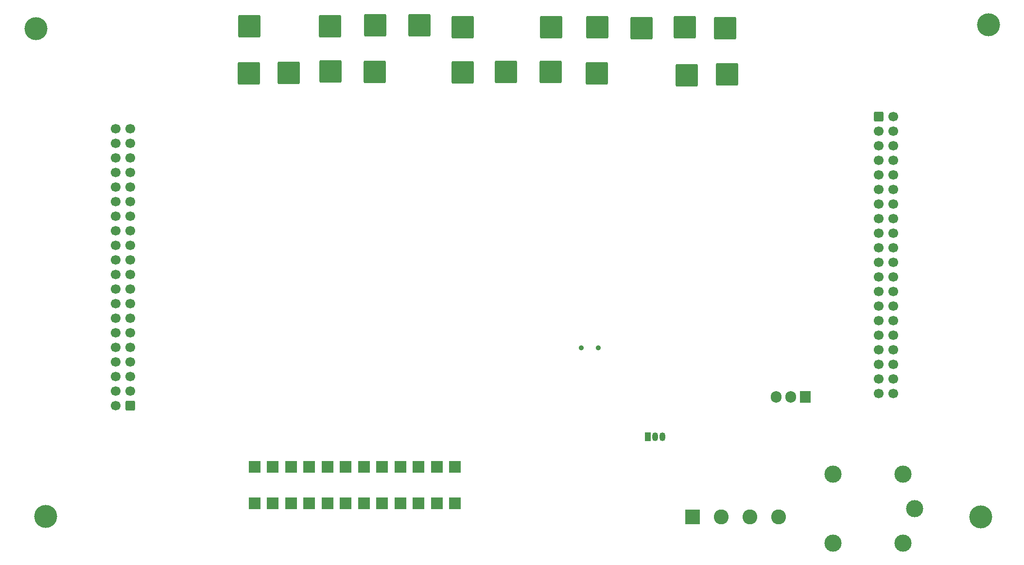
<source format=gbr>
%TF.GenerationSoftware,KiCad,Pcbnew,7.0.8*%
%TF.CreationDate,2025-03-20T17:12:24-04:00*%
%TF.ProjectId,2310interface,32333130-696e-4746-9572-666163652e6b,rev?*%
%TF.SameCoordinates,Original*%
%TF.FileFunction,Soldermask,Bot*%
%TF.FilePolarity,Negative*%
%FSLAX46Y46*%
G04 Gerber Fmt 4.6, Leading zero omitted, Abs format (unit mm)*
G04 Created by KiCad (PCBNEW 7.0.8) date 2025-03-20 17:12:24*
%MOMM*%
%LPD*%
G01*
G04 APERTURE LIST*
G04 Aperture macros list*
%AMRoundRect*
0 Rectangle with rounded corners*
0 $1 Rounding radius*
0 $2 $3 $4 $5 $6 $7 $8 $9 X,Y pos of 4 corners*
0 Add a 4 corners polygon primitive as box body*
4,1,4,$2,$3,$4,$5,$6,$7,$8,$9,$2,$3,0*
0 Add four circle primitives for the rounded corners*
1,1,$1+$1,$2,$3*
1,1,$1+$1,$4,$5*
1,1,$1+$1,$6,$7*
1,1,$1+$1,$8,$9*
0 Add four rect primitives between the rounded corners*
20,1,$1+$1,$2,$3,$4,$5,0*
20,1,$1+$1,$4,$5,$6,$7,0*
20,1,$1+$1,$6,$7,$8,$9,0*
20,1,$1+$1,$8,$9,$2,$3,0*%
G04 Aperture macros list end*
%ADD10RoundRect,0.250002X-1.699998X-1.699998X1.699998X-1.699998X1.699998X1.699998X-1.699998X1.699998X0*%
%ADD11C,4.000000*%
%ADD12C,0.900000*%
%ADD13R,2.600000X2.600000*%
%ADD14C,2.600000*%
%ADD15RoundRect,0.250000X-0.600000X-0.600000X0.600000X-0.600000X0.600000X0.600000X-0.600000X0.600000X0*%
%ADD16C,1.700000*%
%ADD17R,1.050000X1.500000*%
%ADD18O,1.050000X1.500000*%
%ADD19RoundRect,0.250000X0.600000X0.600000X-0.600000X0.600000X-0.600000X-0.600000X0.600000X-0.600000X0*%
%ADD20C,3.000000*%
%ADD21O,1.905000X2.000000*%
%ADD22R,1.905000X2.000000*%
%ADD23RoundRect,0.250001X0.799999X0.799999X-0.799999X0.799999X-0.799999X-0.799999X0.799999X-0.799999X0*%
G04 APERTURE END LIST*
D10*
%TO.C,B10*%
X129600000Y-39290000D03*
%TD*%
D11*
%TO.C,H4*%
X196490000Y-116620000D03*
%TD*%
D12*
%TO.C,SW1*%
X126900000Y-87200000D03*
X129900000Y-87200000D03*
%TD*%
D10*
%TO.C,B13*%
X152320000Y-39530000D03*
%TD*%
%TO.C,D02*%
X69090000Y-31150000D03*
%TD*%
%TO.C,D06*%
X98740000Y-30980000D03*
%TD*%
D11*
%TO.C,H3*%
X33580000Y-116560000D03*
%TD*%
D10*
%TO.C,D11*%
X137460000Y-31420000D03*
%TD*%
%TO.C,B09*%
X121600000Y-39060000D03*
%TD*%
%TO.C,D04*%
X83180000Y-31150000D03*
%TD*%
%TO.C,D05*%
X91000000Y-30980000D03*
%TD*%
%TO.C,B07*%
X106300000Y-39140000D03*
%TD*%
%TO.C,B08*%
X113780000Y-39060000D03*
%TD*%
D11*
%TO.C,H1*%
X31910000Y-31560000D03*
%TD*%
D13*
%TO.C,J4*%
X146280000Y-116650000D03*
D14*
X151280000Y-116650000D03*
X156280000Y-116650000D03*
X161280000Y-116650000D03*
%TD*%
D10*
%TO.C,B05*%
X90920000Y-39060000D03*
%TD*%
%TO.C,D09*%
X121690000Y-31240000D03*
%TD*%
%TO.C,D10*%
X129720000Y-31300000D03*
%TD*%
D11*
%TO.C,H2*%
X197860000Y-30830000D03*
%TD*%
D10*
%TO.C,B03*%
X75960000Y-39230000D03*
%TD*%
%TO.C,D13*%
X151950000Y-31420000D03*
%TD*%
D15*
%TO.C,ConnA1*%
X178710000Y-46860000D03*
D16*
X181250000Y-46860000D03*
X178710000Y-49400000D03*
X181250000Y-49400000D03*
X178710000Y-51940000D03*
X181250000Y-51940000D03*
X178710000Y-54480000D03*
X181250000Y-54480000D03*
X178710000Y-57020000D03*
X181250000Y-57020000D03*
X178710000Y-59560000D03*
X181250000Y-59560000D03*
X178710000Y-62100000D03*
X181250000Y-62100000D03*
X178710000Y-64640000D03*
X181250000Y-64640000D03*
X178710000Y-67180000D03*
X181250000Y-67180000D03*
X178710000Y-69720000D03*
X181250000Y-69720000D03*
X178710000Y-72260000D03*
X181250000Y-72260000D03*
X178710000Y-74800000D03*
X181250000Y-74800000D03*
X178710000Y-77340000D03*
X181250000Y-77340000D03*
X178710000Y-79880000D03*
X181250000Y-79880000D03*
X178710000Y-82420000D03*
X181250000Y-82420000D03*
X178710000Y-84960000D03*
X181250000Y-84960000D03*
X178710000Y-87500000D03*
X181250000Y-87500000D03*
X178710000Y-90040000D03*
X181250000Y-90040000D03*
X178710000Y-92580000D03*
X181250000Y-92580000D03*
X178710000Y-95120000D03*
X181250000Y-95120000D03*
%TD*%
D10*
%TO.C,B12*%
X145320000Y-39650000D03*
%TD*%
%TO.C,B02*%
X69000000Y-39320000D03*
%TD*%
D17*
%TO.C,Q2*%
X138510000Y-102680000D03*
D18*
X139780000Y-102680000D03*
X141050000Y-102680000D03*
%TD*%
D19*
%TO.C,ConnB1*%
X48390000Y-97240000D03*
D16*
X45850000Y-97240000D03*
X48390000Y-94700000D03*
X45850000Y-94700000D03*
X48390000Y-92160000D03*
X45850000Y-92160000D03*
X48390000Y-89620000D03*
X45850000Y-89620000D03*
X48390000Y-87080000D03*
X45850000Y-87080000D03*
X48390000Y-84540000D03*
X45850000Y-84540000D03*
X48390000Y-82000000D03*
X45850000Y-82000000D03*
X48390000Y-79460000D03*
X45850000Y-79460000D03*
X48390000Y-76920000D03*
X45850000Y-76920000D03*
X48390000Y-74380000D03*
X45850000Y-74380000D03*
X48390000Y-71840000D03*
X45850000Y-71840000D03*
X48390000Y-69300000D03*
X45850000Y-69300000D03*
X48390000Y-66760000D03*
X45850000Y-66760000D03*
X48390000Y-64220000D03*
X45850000Y-64220000D03*
X48390000Y-61680000D03*
X45850000Y-61680000D03*
X48390000Y-59140000D03*
X45850000Y-59140000D03*
X48390000Y-56600000D03*
X45850000Y-56600000D03*
X48390000Y-54060000D03*
X45850000Y-54060000D03*
X48390000Y-51520000D03*
X45850000Y-51520000D03*
X48390000Y-48980000D03*
X45850000Y-48980000D03*
%TD*%
D20*
%TO.C,REF\u002A\u002A*%
X184970000Y-115160000D03*
X170770000Y-121160000D03*
X170770000Y-109160000D03*
X182970000Y-109160000D03*
X182970000Y-121160000D03*
%TD*%
D10*
%TO.C,D12*%
X144950000Y-31300000D03*
%TD*%
D21*
%TO.C,Q1*%
X163400000Y-95750000D03*
X160860000Y-95750000D03*
D22*
X165940000Y-95750000D03*
%TD*%
D10*
%TO.C,B04*%
X83270000Y-38970000D03*
%TD*%
%TO.C,D07*%
X106300000Y-31320000D03*
%TD*%
D23*
%TO.C,B13*%
X70005000Y-114270000D03*
%TD*%
%TO.C,D4*%
X98580000Y-107920000D03*
%TD*%
%TO.C,B7*%
X89055000Y-114270000D03*
%TD*%
%TO.C,B11*%
X76355000Y-114270000D03*
%TD*%
%TO.C,D9*%
X82705000Y-107920000D03*
%TD*%
%TO.C,D2*%
X104930000Y-107920000D03*
%TD*%
%TO.C,B9*%
X82705000Y-114270000D03*
%TD*%
%TO.C,D8*%
X85880000Y-107920000D03*
%TD*%
%TO.C,D10*%
X79530000Y-107920000D03*
%TD*%
%TO.C,B5*%
X95405000Y-114270000D03*
%TD*%
%TO.C,D5*%
X95405000Y-107920000D03*
%TD*%
%TO.C,D11*%
X76355000Y-107920000D03*
%TD*%
%TO.C,B6*%
X92230000Y-114270000D03*
%TD*%
%TO.C,D6*%
X92230000Y-107920000D03*
%TD*%
%TO.C,B3*%
X101755000Y-114270000D03*
%TD*%
%TO.C,B10*%
X79530000Y-114270000D03*
%TD*%
%TO.C,B8*%
X85880000Y-114270000D03*
%TD*%
%TO.C,B12*%
X73180000Y-114270000D03*
%TD*%
%TO.C,D3*%
X101755000Y-107920000D03*
%TD*%
%TO.C,B4*%
X98580000Y-114270000D03*
%TD*%
%TO.C,D7*%
X89055000Y-107920000D03*
%TD*%
%TO.C,D13*%
X70005000Y-107920000D03*
%TD*%
%TO.C,D12*%
X73180000Y-107920000D03*
%TD*%
%TO.C,B2*%
X104930000Y-114270000D03*
%TD*%
M02*

</source>
